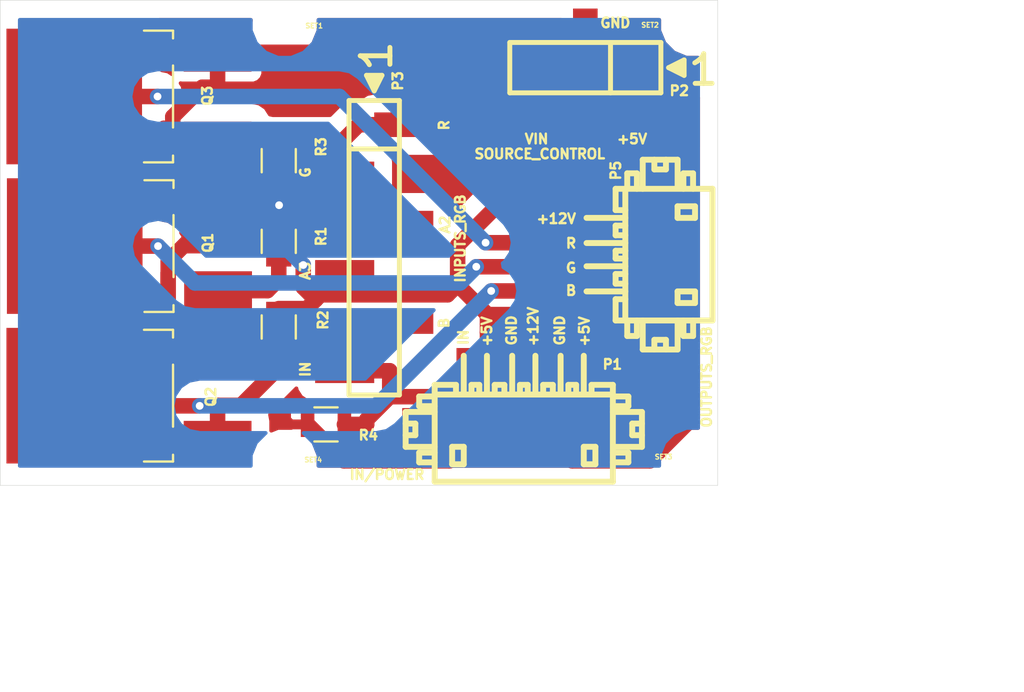
<source format=kicad_pcb>
(kicad_pcb (version 4) (host pcbnew 4.0.4-stable)

  (general
    (links 23)
    (no_connects 0)
    (area 128.562299 60.490299 165.620501 85.559701)
    (thickness 1.6)
    (drawings 25)
    (tracks 111)
    (zones 0)
    (modules 15)
    (nets 11)
  )

  (page A4)
  (layers
    (0 F.Cu signal hide)
    (31 B.Cu signal hide)
    (32 B.Adhes user)
    (33 F.Adhes user)
    (34 B.Paste user)
    (35 F.Paste user)
    (36 B.SilkS user)
    (37 F.SilkS user)
    (38 B.Mask user)
    (39 F.Mask user)
    (40 Dwgs.User user)
    (41 Cmts.User user)
    (42 Eco1.User user)
    (43 Eco2.User user)
    (44 Edge.Cuts user)
    (45 Margin user)
    (46 B.CrtYd user)
    (47 F.CrtYd user)
    (48 B.Fab user)
    (49 F.Fab user)
  )

  (setup
    (last_trace_width 0.8)
    (trace_clearance 0.125)
    (zone_clearance 0.9)
    (zone_45_only no)
    (trace_min 0.2)
    (segment_width 0.01)
    (edge_width 0.025)
    (via_size 0.6)
    (via_drill 0.4)
    (via_min_size 0.4)
    (via_min_drill 0.3)
    (uvia_size 0.3)
    (uvia_drill 0.1)
    (uvias_allowed no)
    (uvia_min_size 0.2)
    (uvia_min_drill 0.1)
    (pcb_text_width 0.01)
    (pcb_text_size 1 1)
    (mod_edge_width 0.15)
    (mod_text_size 1 1)
    (mod_text_width 0.15)
    (pad_size 1.524 1.524)
    (pad_drill 0.762)
    (pad_to_mask_clearance 0.2)
    (aux_axis_origin 0 0)
    (visible_elements 7FFFFFFF)
    (pcbplotparams
      (layerselection 0x00030_80000001)
      (usegerberextensions false)
      (excludeedgelayer true)
      (linewidth 0.100000)
      (plotframeref false)
      (viasonmask false)
      (mode 1)
      (useauxorigin false)
      (hpglpennumber 1)
      (hpglpenspeed 20)
      (hpglpendiameter 15)
      (hpglpenoverlay 2)
      (psnegative false)
      (psa4output false)
      (plotreference true)
      (plotvalue true)
      (plotinvisibletext false)
      (padsonsilk false)
      (subtractmaskfromsilk false)
      (outputformat 1)
      (mirror false)
      (drillshape 1)
      (scaleselection 1)
      (outputdirectory ""))
  )

  (net 0 "")
  (net 1 +12V)
  (net 2 GND)
  (net 3 +5V)
  (net 4 "Net-(P3-Pad2)")
  (net 5 "Net-(P3-Pad1)")
  (net 6 "Net-(P3-Pad5)")
  (net 7 "Net-(P5-Pad2)")
  (net 8 "Net-(P5-Pad3)")
  (net 9 "Net-(P5-Pad4)")
  (net 10 "Net-(P1-Pad6)")

  (net_class Default "Esta es la clase de red por defecto."
    (clearance 0.125)
    (trace_width 0.8)
    (via_dia 0.6)
    (via_drill 0.4)
    (uvia_dia 0.3)
    (uvia_drill 0.1)
    (add_net +12V)
    (add_net +5V)
    (add_net GND)
    (add_net "Net-(P1-Pad6)")
    (add_net "Net-(P3-Pad1)")
    (add_net "Net-(P3-Pad2)")
    (add_net "Net-(P3-Pad5)")
    (add_net "Net-(P5-Pad2)")
    (add_net "Net-(P5-Pad3)")
    (add_net "Net-(P5-Pad4)")
  )

  (module w_smd_strip:bb02-hy03a (layer F.Cu) (tedit 58C6CA2A) (tstamp 58BDC244)
    (at 158.776 63.9826)
    (descr "Smd strip connector, 3 pin, 2.54mm pitch")
    (path /58BDEB8C)
    (fp_text reference P2 (at 4.8512 1.1938) (layer F.SilkS)
      (effects (font (size 0.5 0.5) (thickness 0.125)))
    )
    (fp_text value SOURCE_CONTROL (at -2.35264 4.45516) (layer F.SilkS)
      (effects (font (size 0.5 0.5) (thickness 0.125)))
    )
    (fp_line (start 1.3 1.3) (end 1.3 -1.3) (layer F.SilkS) (width 0.254))
    (fp_line (start -3.9 -1.3) (end 3.9 -1.3) (layer F.SilkS) (width 0.254))
    (fp_line (start 3.9 -1.3) (end 3.9 1.3) (layer F.SilkS) (width 0.254))
    (fp_line (start 3.9 1.3) (end -3.9 1.3) (layer F.SilkS) (width 0.254))
    (fp_line (start -3.9 1.3) (end -3.9 -1.3) (layer F.SilkS) (width 0.254))
    (fp_line (start 6.54 0.81) (end 6.1 0.81) (layer F.SilkS) (width 0.254))
    (fp_line (start 5.65 -0.25) (end 5.78 -0.33) (layer F.SilkS) (width 0.254))
    (fp_line (start 5.78 -0.33) (end 5.94 -0.46) (layer F.SilkS) (width 0.254))
    (fp_line (start 5.94 -0.46) (end 6.08 -0.63) (layer F.SilkS) (width 0.254))
    (fp_line (start 6.08 -0.63) (end 6.11 -0.72) (layer F.SilkS) (width 0.254))
    (fp_line (start 6.11 -0.72) (end 6.11 0.81) (layer F.SilkS) (width 0.254))
    (fp_line (start 6.11 0.81) (end 5.67 0.81) (layer F.SilkS) (width 0.254))
    (fp_line (start 4.6 0.1) (end 4.6 -0.1) (layer F.SilkS) (width 0.254))
    (fp_line (start 4.7 -0.1) (end 4.7 0.1) (layer F.SilkS) (width 0.254))
    (fp_line (start 4.8 0.2) (end 4.8 -0.2) (layer F.SilkS) (width 0.254))
    (fp_line (start 4.9 -0.2) (end 4.9 0.2) (layer F.SilkS) (width 0.254))
    (fp_line (start 5 0.3) (end 5 -0.3) (layer F.SilkS) (width 0.254))
    (fp_line (start 4.3 0) (end 5.1 0.4) (layer F.SilkS) (width 0.254))
    (fp_line (start 5.1 0.4) (end 5.1 -0.4) (layer F.SilkS) (width 0.254))
    (fp_line (start 5.1 -0.4) (end 4.3 0) (layer F.SilkS) (width 0.254))
    (pad 2 smd rect (at 0 -1.525) (size 1.27 3.05) (layers F.Cu F.Paste F.Mask)
      (net 2 GND))
    (pad 1 smd rect (at 2.54 1.525) (size 1.27 3.05) (layers F.Cu F.Paste F.Mask)
      (net 3 +5V))
    (pad 3 smd rect (at -2.54 1.525) (size 1.27 3.05) (layers F.Cu F.Paste F.Mask))
    (model "../../../../../../Users/Eduardo Hernandez/Downloads/Librerias KiCad/walter/smd_strip/BB02-HY03A.wrl"
      (at (xyz 0 0 0))
      (scale (xyz 1 1 1))
      (rotate (xyz 0 0 0))
    )
  )

  (module week11-KiCad-footprint:hole_001.5 (layer F.Cu) (tedit 58C6C8B0) (tstamp 58C766C2)
    (at 143.256 63.5)
    (fp_text reference SET1 (at 1.524 -1.6764) (layer F.SilkS)
      (effects (font (size 0.25 0.25) (thickness 0.0625)))
    )
    (fp_text value hole_001.5 (at 1.9812 -2.1336) (layer F.Fab)
      (effects (font (size 0.25 0.25) (thickness 0.0625)))
    )
    (pad "" np_thru_hole circle (at 0 -1.778) (size 1.5 1.5) (drill 1.5) (layers *.Cu *.Mask))
  )

  (module week11-KiCad-footprint:hole_001.5 (layer F.Cu) (tedit 58C6CCE2) (tstamp 58C76600)
    (at 143.256 86.106)
    (fp_text reference SET4 (at 1.4732 -1.8796) (layer F.SilkS)
      (effects (font (size 0.25 0.25) (thickness 0.0625)))
    )
    (fp_text value hole_001.5 (at 2.0576 -2.37744) (layer F.Fab)
      (effects (font (size 0.25 0.25) (thickness 0.0625)))
    )
    (pad "" np_thru_hole circle (at 0 -1.778) (size 1.5 1.5) (drill 1.5) (layers *.Cu *.Mask))
  )

  (module week11-KiCad-footprint:hole_001.5 (layer F.Cu) (tedit 58C6C8CF) (tstamp 58C765F6)
    (at 164.338 86.106)
    (fp_text reference SET3 (at -1.524 -2.032) (layer F.SilkS)
      (effects (font (size 0.25 0.25) (thickness 0.0625)))
    )
    (fp_text value hole_001.5 (at -1.5748 -2.6416) (layer F.Fab)
      (effects (font (size 0.25 0.25) (thickness 0.0625)))
    )
    (pad "" np_thru_hole circle (at 0 -1.778) (size 1.5 1.5) (drill 1.5) (layers *.Cu *.Mask))
  )

  (module w_conn_df13:df13a-6p-125h (layer F.Cu) (tedit 58C6C772) (tstamp 58C09A30)
    (at 155.6 82.8548)
    (descr "Hirose DF13 series, DF13A-6P-1.25H")
    (path /58C0B655)
    (fp_text reference P1 (at 4.572 -3.556) (layer F.SilkS)
      (effects (font (size 0.5 0.5) (thickness 0.125)))
    )
    (fp_text value IN/POWER (at -7.0612 2.1336) (layer F.SilkS)
      (effects (font (size 0.5 0.5) (thickness 0.125)))
    )
    (fp_line (start -4.59994 2.49936) (end 4.59994 2.49936) (layer F.SilkS) (width 0.3048))
    (fp_line (start 4.59994 -1.99898) (end -4.59994 -1.99898) (layer F.SilkS) (width 0.3048))
    (fp_line (start -0.59944 -1.99898) (end -0.59944 -4.0005) (layer F.SilkS) (width 0.3048))
    (fp_line (start 0.2032 -2.49936) (end 0.2032 -1.99898) (layer F.SilkS) (width 0.3048))
    (fp_line (start -0.19812 -2.49936) (end -0.19812 -1.99898) (layer F.SilkS) (width 0.3048))
    (fp_line (start 0.2032 -2.49936) (end -0.19812 -2.49936) (layer F.SilkS) (width 0.3048))
    (fp_line (start 0.59944 -1.99898) (end 0.59944 -4.0005) (layer F.SilkS) (width 0.3048))
    (fp_line (start 2.70256 -2.49936) (end 2.70256 -1.99898) (layer F.SilkS) (width 0.3048))
    (fp_line (start 2.30124 -2.49936) (end 2.30124 -1.99898) (layer F.SilkS) (width 0.3048))
    (fp_line (start 2.70256 -2.49936) (end 2.30124 -2.49936) (layer F.SilkS) (width 0.3048))
    (fp_line (start -1.50114 -1.99898) (end -1.50114 -2.49936) (layer F.SilkS) (width 0.3048))
    (fp_line (start -1.0033 -2.49936) (end -1.0033 -1.99898) (layer F.SilkS) (width 0.3048))
    (fp_line (start -1.50368 -2.49936) (end -1.0033 -2.49936) (layer F.SilkS) (width 0.3048))
    (fp_line (start 0.99822 -2.49936) (end 1.4986 -2.49936) (layer F.SilkS) (width 0.3048))
    (fp_line (start 1.4986 -2.49936) (end 1.4986 -1.99898) (layer F.SilkS) (width 0.3048))
    (fp_line (start -2.2987 -2.49936) (end -2.70002 -2.49936) (layer F.SilkS) (width 0.3048))
    (fp_line (start -2.70002 -2.49936) (end -2.70002 -1.99898) (layer F.SilkS) (width 0.3048))
    (fp_line (start -2.2987 -2.49936) (end -2.2987 -1.99898) (layer F.SilkS) (width 0.3048))
    (fp_line (start -1.90246 -1.99898) (end -1.90246 -4.0005) (layer F.SilkS) (width 0.3048))
    (fp_line (start 1.00076 -1.99898) (end 1.00076 -2.49936) (layer F.SilkS) (width 0.3048))
    (fp_line (start 1.89992 -1.99898) (end 1.89992 -4.0005) (layer F.SilkS) (width 0.3048))
    (fp_line (start -3.0988 -4.0005) (end -3.0988 -1.99898) (layer F.SilkS) (width 0.3048))
    (fp_line (start 3.09626 -1.99898) (end 3.09626 -4.0005) (layer F.SilkS) (width 0.3048))
    (fp_line (start 3.49758 -2.49936) (end 3.49758 -1.99898) (layer F.SilkS) (width 0.3048))
    (fp_line (start -3.50012 -2.49936) (end -3.50012 -1.99898) (layer F.SilkS) (width 0.3048))
    (fp_line (start 6.096 0.70104) (end 4.69646 0.70104) (layer F.SilkS) (width 0.3048))
    (fp_line (start 5.59816 0.09906) (end 5.59816 -0.50038) (layer F.SilkS) (width 0.3048))
    (fp_line (start 6.09854 -0.50038) (end 5.59816 -0.50038) (layer F.SilkS) (width 0.3048))
    (fp_line (start 6.09854 0.09906) (end 5.59816 0.09906) (layer F.SilkS) (width 0.3048))
    (fp_line (start 5.3975 0.99822) (end 5.3975 1.4986) (layer F.SilkS) (width 0.3048))
    (fp_line (start 5.3975 1.4986) (end 4.5974 1.4986) (layer F.SilkS) (width 0.3048))
    (fp_line (start 4.5974 0.99822) (end 5.3975 0.99822) (layer F.SilkS) (width 0.3048))
    (fp_line (start 6.09854 -1.09982) (end 6.09854 0.70104) (layer F.SilkS) (width 0.3048))
    (fp_line (start 6.096 -1.09982) (end 4.5974 -1.09982) (layer F.SilkS) (width 0.3048))
    (fp_line (start 4.5974 -1.89992) (end 5.3975 -1.89992) (layer F.SilkS) (width 0.3048))
    (fp_line (start 5.3975 -1.39954) (end 4.5974 -1.39954) (layer F.SilkS) (width 0.3048))
    (fp_line (start 5.3975 -1.89992) (end 5.3975 -1.39954) (layer F.SilkS) (width 0.3048))
    (fp_line (start -4.59994 1.00076) (end -5.40004 1.00076) (layer F.SilkS) (width 0.3048))
    (fp_line (start -5.40004 1.00076) (end -5.40004 1.50114) (layer F.SilkS) (width 0.3048))
    (fp_line (start -5.40004 1.50114) (end -4.59994 1.50114) (layer F.SilkS) (width 0.3048))
    (fp_line (start -5.40004 -1.89992) (end -5.40004 -1.39954) (layer F.SilkS) (width 0.3048))
    (fp_line (start -4.59994 -1.39954) (end -5.40004 -1.39954) (layer F.SilkS) (width 0.3048))
    (fp_line (start -5.40004 -1.89992) (end -4.59994 -1.89992) (layer F.SilkS) (width 0.3048))
    (fp_line (start -5.59816 0.09906) (end -6.09854 0.09906) (layer F.SilkS) (width 0.3048))
    (fp_line (start -5.59816 -0.50038) (end -6.09854 -0.50038) (layer F.SilkS) (width 0.3048))
    (fp_line (start -5.59816 0.09906) (end -5.59816 -0.50038) (layer F.SilkS) (width 0.3048))
    (fp_line (start -4.59994 -1.09982) (end -6.09854 -1.09982) (layer F.SilkS) (width 0.3048))
    (fp_line (start -6.09854 -1.09982) (end -6.09854 0.70104) (layer F.SilkS) (width 0.3048))
    (fp_line (start -6.09854 0.70104) (end -4.59994 0.70104) (layer F.SilkS) (width 0.3048))
    (fp_line (start 4.5974 -2.49936) (end 4.5974 2.49936) (layer F.SilkS) (width 0.3048))
    (fp_line (start -4.59994 2.49936) (end -4.59994 -2.49936) (layer F.SilkS) (width 0.3048))
    (fp_line (start 3.09626 0.6985) (end 3.6957 0.6985) (layer F.SilkS) (width 0.3048))
    (fp_line (start 3.6957 0.6985) (end 3.6957 1.6002) (layer F.SilkS) (width 0.3048))
    (fp_line (start 3.6957 1.6002) (end 3.09626 1.6002) (layer F.SilkS) (width 0.3048))
    (fp_line (start 3.09626 1.6002) (end 3.09626 0.6985) (layer F.SilkS) (width 0.3048))
    (fp_line (start -3.69824 1.6002) (end -3.0988 1.6002) (layer F.SilkS) (width 0.3048))
    (fp_line (start -3.0988 1.6002) (end -3.0988 0.6985) (layer F.SilkS) (width 0.3048))
    (fp_line (start -3.0988 0.6985) (end -3.69824 0.6985) (layer F.SilkS) (width 0.3048))
    (fp_line (start -3.69824 0.6985) (end -3.69824 1.6002) (layer F.SilkS) (width 0.3048))
    (fp_line (start -3.50012 -2.49936) (end -4.59994 -2.49936) (layer F.SilkS) (width 0.3048))
    (fp_line (start 4.5974 -2.49936) (end 3.49758 -2.49936) (layer F.SilkS) (width 0.3048))
    (pad 1 smd rect (at 3.1242 -3.50012) (size 0.70104 1.80086) (layers F.Cu F.Paste F.Mask)
      (net 3 +5V))
    (pad 2 smd rect (at 1.87452 -3.50012) (size 0.70104 1.80086) (layers F.Cu F.Paste F.Mask)
      (net 2 GND))
    (pad "" smd rect (at -5.47624 -0.20066) (size 1.6002 2.19964) (layers F.Cu F.Paste F.Mask))
    (pad "" smd rect (at 5.47624 -0.20066) (size 1.6002 2.19964) (layers F.Cu F.Paste F.Mask))
    (pad 3 smd rect (at 0.62484 -3.50012) (size 0.70104 1.80086) (layers F.Cu F.Paste F.Mask)
      (net 1 +12V))
    (pad 4 smd rect (at -0.62484 -3.50012) (size 0.70104 1.80086) (layers F.Cu F.Paste F.Mask)
      (net 2 GND))
    (pad 5 smd rect (at -1.87452 -3.50012) (size 0.70104 1.80086) (layers F.Cu F.Paste F.Mask)
      (net 3 +5V))
    (pad 6 smd rect (at -3.1242 -3.50012) (size 0.70104 1.80086) (layers F.Cu F.Paste F.Mask)
      (net 10 "Net-(P1-Pad6)"))
    (model "../../../../../../Users/Eduardo Hernandez/Downloads/Librerias KiCad/walter/conn_df13/df13a-6p-125h.wrl"
      (at (xyz 0 0 0))
      (scale (xyz 1 1 1))
      (rotate (xyz 0 0 0))
    )
  )

  (module w_smd_strip:bb02-hy06a (layer F.Cu) (tedit 58C6CA4E) (tstamp 58BDC24A)
    (at 147.879 73.2786 90)
    (descr "Smd strip connector, 6 pin, 2.54mm pitch")
    (path /58BDD1A3)
    (fp_text reference P3 (at 8.6102 1.219 90) (layer F.SilkS)
      (effects (font (size 0.5 0.5) (thickness 0.125)))
    )
    (fp_text value INPUTS_RGB (at 0.47712 4.4448 90) (layer F.SilkS)
      (effects (font (size 0.5 0.5) (thickness 0.125)))
    )
    (fp_line (start 5.1 1.3) (end 5.1 -1.3) (layer F.SilkS) (width 0.254))
    (fp_line (start -7.6 -1.3) (end 7.6 -1.3) (layer F.SilkS) (width 0.254))
    (fp_line (start 7.6 -1.3) (end 7.6 1.3) (layer F.SilkS) (width 0.254))
    (fp_line (start 7.6 1.3) (end -7.6 1.3) (layer F.SilkS) (width 0.254))
    (fp_line (start -7.6 1.3) (end -7.6 -1.3) (layer F.SilkS) (width 0.254))
    (fp_line (start 10.34 0.81) (end 9.9 0.81) (layer F.SilkS) (width 0.254))
    (fp_line (start 9.45 -0.25) (end 9.58 -0.33) (layer F.SilkS) (width 0.254))
    (fp_line (start 9.58 -0.33) (end 9.74 -0.46) (layer F.SilkS) (width 0.254))
    (fp_line (start 9.74 -0.46) (end 9.88 -0.63) (layer F.SilkS) (width 0.254))
    (fp_line (start 9.88 -0.63) (end 9.91 -0.72) (layer F.SilkS) (width 0.254))
    (fp_line (start 9.91 -0.72) (end 9.91 0.81) (layer F.SilkS) (width 0.254))
    (fp_line (start 9.91 0.81) (end 9.47 0.81) (layer F.SilkS) (width 0.254))
    (fp_line (start 8.4 0.1) (end 8.4 -0.1) (layer F.SilkS) (width 0.254))
    (fp_line (start 8.5 -0.1) (end 8.5 0.1) (layer F.SilkS) (width 0.254))
    (fp_line (start 8.6 0.2) (end 8.6 -0.2) (layer F.SilkS) (width 0.254))
    (fp_line (start 8.7 -0.2) (end 8.7 0.2) (layer F.SilkS) (width 0.254))
    (fp_line (start 8.8 0.3) (end 8.8 -0.3) (layer F.SilkS) (width 0.254))
    (fp_line (start 8.1 0) (end 8.9 0.4) (layer F.SilkS) (width 0.254))
    (fp_line (start 8.9 0.4) (end 8.9 -0.4) (layer F.SilkS) (width 0.254))
    (fp_line (start 8.9 -0.4) (end 8.1 0) (layer F.SilkS) (width 0.254))
    (pad 2 smd rect (at 3.81 -1.525 90) (size 1.27 3.05) (layers F.Cu F.Paste F.Mask)
      (net 4 "Net-(P3-Pad2)"))
    (pad 1 smd rect (at 6.35 1.525 90) (size 1.27 3.05) (layers F.Cu F.Paste F.Mask)
      (net 5 "Net-(P3-Pad1)"))
    (pad 3 smd rect (at 1.27 1.525 90) (size 1.27 3.05) (layers F.Cu F.Paste F.Mask))
    (pad 4 smd rect (at -1.27 -1.525 90) (size 1.27 3.05) (layers F.Cu F.Paste F.Mask))
    (pad 5 smd rect (at -3.81 1.525 90) (size 1.27 3.05) (layers F.Cu F.Paste F.Mask)
      (net 6 "Net-(P3-Pad5)"))
    (pad 6 smd rect (at -6.35 -1.525 90) (size 1.27 3.05) (layers F.Cu F.Paste F.Mask)
      (net 10 "Net-(P1-Pad6)"))
    (model "../../../../../../Users/Eduardo Hernandez/Downloads/Librerias KiCad/walter/smd_strip/BB02-HY06A.wrl"
      (at (xyz 0 0 0))
      (scale (xyz 1 1 1))
      (rotate (xyz 0 0 0))
    )
  )

  (module TO_SOT_Packages_SMD:TO-252-2Lead (layer F.Cu) (tedit 58C091A8) (tstamp 58BDBA86)
    (at 136.119 73.2026 180)
    (descr TO-252-2Lead)
    (path /58BD9A91)
    (attr smd)
    (fp_text reference Q1 (at -3.175 0.1778 270) (layer F.SilkS)
      (effects (font (size 0.5 0.5) (thickness 0.125)))
    )
    (fp_text value GREEN (at -0.635 -0.1526 270) (layer F.Fab)
      (effects (font (size 1 1) (thickness 0.15)))
    )
    (fp_line (start -1.4 -3.04) (end -1.4 -3.39) (layer F.SilkS) (width 0.12))
    (fp_line (start -1.4 -3.39) (end 0.1 -3.39) (layer F.SilkS) (width 0.12))
    (fp_line (start -1.4 1.61) (end -1.4 -1.59) (layer F.SilkS) (width 0.12))
    (fp_line (start 0.1 3.41) (end -1.4 3.41) (layer F.SilkS) (width 0.12))
    (fp_line (start -1.4 3.41) (end -1.4 3.01) (layer F.SilkS) (width 0.12))
    (fp_line (start 4.68 -2.7) (end 5.88 -2.7) (layer F.Fab) (width 0.1))
    (fp_line (start 5.88 -2.7) (end 5.88 2.72) (layer F.Fab) (width 0.1))
    (fp_line (start 5.88 2.72) (end 4.67 2.72) (layer F.Fab) (width 0.1))
    (fp_line (start -1.32 1.74) (end -4.23 1.74) (layer F.Fab) (width 0.1))
    (fp_line (start -4.23 2.88) (end -1.32 2.88) (layer F.Fab) (width 0.1))
    (fp_line (start -4.23 1.74) (end -4.23 2.88) (layer F.Fab) (width 0.1))
    (fp_line (start -4.23 -2.86) (end -4.23 -1.72) (layer F.Fab) (width 0.1))
    (fp_line (start -4.23 -1.72) (end -1.32 -1.72) (layer F.Fab) (width 0.1))
    (fp_line (start -1.32 -2.86) (end -4.23 -2.86) (layer F.Fab) (width 0.1))
    (fp_line (start -1.32 3.36) (end 4.67 3.36) (layer F.Fab) (width 0.1))
    (fp_line (start 4.67 3.36) (end 4.67 -3.34) (layer F.Fab) (width 0.1))
    (fp_line (start 4.67 -3.34) (end -1.32 -3.34) (layer F.Fab) (width 0.1))
    (fp_line (start -1.32 3.36) (end -1.32 -3.34) (layer F.Fab) (width 0.1))
    (fp_line (start 7.45 -3.74) (end 7.45 3.76) (layer F.CrtYd) (width 0.05))
    (fp_line (start 7.45 -3.74) (end -5.7 -3.74) (layer F.CrtYd) (width 0.05))
    (fp_line (start -5.7 3.76) (end 7.45 3.76) (layer F.CrtYd) (width 0.05))
    (fp_line (start -5.7 3.76) (end -5.7 -3.74) (layer F.CrtYd) (width 0.05))
    (pad 1 smd rect (at -3.7 -2.29 90) (size 2 3.5) (layers F.Cu F.Paste F.Mask)
      (net 4 "Net-(P3-Pad2)"))
    (pad 3 smd rect (at -3.7 2.29 90) (size 2 3.5) (layers F.Cu F.Paste F.Mask)
      (net 2 GND))
    (pad 2 smd rect (at 3.7 0.01 90) (size 7 7) (layers F.Cu F.Paste F.Mask)
      (net 8 "Net-(P5-Pad3)"))
    (model TO_SOT_Packages_SMD.3dshapes\TO-252-2Lead.wrl
      (at (xyz -0.1377952755905512 0 0))
      (scale (xyz 1 1 1))
      (rotate (xyz 0 0 90))
    )
  )

  (module TO_SOT_Packages_SMD:TO-252-2Lead (layer F.Cu) (tedit 58C09198) (tstamp 58BDBA8D)
    (at 136.094 80.9246 180)
    (descr TO-252-2Lead)
    (path /58BD9CC4)
    (attr smd)
    (fp_text reference Q2 (at -3.3528 -0.0508 270) (layer F.SilkS)
      (effects (font (size 0.5 0.5) (thickness 0.125)))
    )
    (fp_text value BLUE (at -0.6092 0.051 270) (layer F.Fab)
      (effects (font (size 1 1) (thickness 0.15)))
    )
    (fp_line (start -1.4 -3.04) (end -1.4 -3.39) (layer F.SilkS) (width 0.12))
    (fp_line (start -1.4 -3.39) (end 0.1 -3.39) (layer F.SilkS) (width 0.12))
    (fp_line (start -1.4 1.61) (end -1.4 -1.59) (layer F.SilkS) (width 0.12))
    (fp_line (start 0.1 3.41) (end -1.4 3.41) (layer F.SilkS) (width 0.12))
    (fp_line (start -1.4 3.41) (end -1.4 3.01) (layer F.SilkS) (width 0.12))
    (fp_line (start 4.68 -2.7) (end 5.88 -2.7) (layer F.Fab) (width 0.1))
    (fp_line (start 5.88 -2.7) (end 5.88 2.72) (layer F.Fab) (width 0.1))
    (fp_line (start 5.88 2.72) (end 4.67 2.72) (layer F.Fab) (width 0.1))
    (fp_line (start -1.32 1.74) (end -4.23 1.74) (layer F.Fab) (width 0.1))
    (fp_line (start -4.23 2.88) (end -1.32 2.88) (layer F.Fab) (width 0.1))
    (fp_line (start -4.23 1.74) (end -4.23 2.88) (layer F.Fab) (width 0.1))
    (fp_line (start -4.23 -2.86) (end -4.23 -1.72) (layer F.Fab) (width 0.1))
    (fp_line (start -4.23 -1.72) (end -1.32 -1.72) (layer F.Fab) (width 0.1))
    (fp_line (start -1.32 -2.86) (end -4.23 -2.86) (layer F.Fab) (width 0.1))
    (fp_line (start -1.32 3.36) (end 4.67 3.36) (layer F.Fab) (width 0.1))
    (fp_line (start 4.67 3.36) (end 4.67 -3.34) (layer F.Fab) (width 0.1))
    (fp_line (start 4.67 -3.34) (end -1.32 -3.34) (layer F.Fab) (width 0.1))
    (fp_line (start -1.32 3.36) (end -1.32 -3.34) (layer F.Fab) (width 0.1))
    (fp_line (start 7.45 -3.74) (end 7.45 3.76) (layer F.CrtYd) (width 0.05))
    (fp_line (start 7.45 -3.74) (end -5.7 -3.74) (layer F.CrtYd) (width 0.05))
    (fp_line (start -5.7 3.76) (end 7.45 3.76) (layer F.CrtYd) (width 0.05))
    (fp_line (start -5.7 3.76) (end -5.7 -3.74) (layer F.CrtYd) (width 0.05))
    (pad 1 smd rect (at -3.7 -2.29 90) (size 2 3.5) (layers F.Cu F.Paste F.Mask)
      (net 6 "Net-(P3-Pad5)"))
    (pad 3 smd rect (at -3.7 2.29 90) (size 2 3.5) (layers F.Cu F.Paste F.Mask)
      (net 2 GND))
    (pad 2 smd rect (at 3.7 0.01 90) (size 7 7) (layers F.Cu F.Paste F.Mask)
      (net 9 "Net-(P5-Pad4)"))
    (model TO_SOT_Packages_SMD.3dshapes\TO-252-2Lead.wrl
      (at (xyz -0.1377952755905512 0 0))
      (scale (xyz 1 1 1))
      (rotate (xyz 0 0 90))
    )
  )

  (module TO_SOT_Packages_SMD:TO-252-2Lead (layer F.Cu) (tedit 58C091B3) (tstamp 58BDBA94)
    (at 136.094 65.4816 180)
    (descr TO-252-2Lead)
    (path /58BD8AD1)
    (attr smd)
    (fp_text reference Q3 (at -3.175 0.0508 270) (layer F.SilkS)
      (effects (font (size 0.5 0.5) (thickness 0.125)))
    )
    (fp_text value RED (at -0.66 -0.152 270) (layer F.Fab)
      (effects (font (size 1 1) (thickness 0.15)))
    )
    (fp_line (start -1.4 -3.04) (end -1.4 -3.39) (layer F.SilkS) (width 0.12))
    (fp_line (start -1.4 -3.39) (end 0.1 -3.39) (layer F.SilkS) (width 0.12))
    (fp_line (start -1.4 1.61) (end -1.4 -1.59) (layer F.SilkS) (width 0.12))
    (fp_line (start 0.1 3.41) (end -1.4 3.41) (layer F.SilkS) (width 0.12))
    (fp_line (start -1.4 3.41) (end -1.4 3.01) (layer F.SilkS) (width 0.12))
    (fp_line (start 4.68 -2.7) (end 5.88 -2.7) (layer F.Fab) (width 0.1))
    (fp_line (start 5.88 -2.7) (end 5.88 2.72) (layer F.Fab) (width 0.1))
    (fp_line (start 5.88 2.72) (end 4.67 2.72) (layer F.Fab) (width 0.1))
    (fp_line (start -1.32 1.74) (end -4.23 1.74) (layer F.Fab) (width 0.1))
    (fp_line (start -4.23 2.88) (end -1.32 2.88) (layer F.Fab) (width 0.1))
    (fp_line (start -4.23 1.74) (end -4.23 2.88) (layer F.Fab) (width 0.1))
    (fp_line (start -4.23 -2.86) (end -4.23 -1.72) (layer F.Fab) (width 0.1))
    (fp_line (start -4.23 -1.72) (end -1.32 -1.72) (layer F.Fab) (width 0.1))
    (fp_line (start -1.32 -2.86) (end -4.23 -2.86) (layer F.Fab) (width 0.1))
    (fp_line (start -1.32 3.36) (end 4.67 3.36) (layer F.Fab) (width 0.1))
    (fp_line (start 4.67 3.36) (end 4.67 -3.34) (layer F.Fab) (width 0.1))
    (fp_line (start 4.67 -3.34) (end -1.32 -3.34) (layer F.Fab) (width 0.1))
    (fp_line (start -1.32 3.36) (end -1.32 -3.34) (layer F.Fab) (width 0.1))
    (fp_line (start 7.45 -3.74) (end 7.45 3.76) (layer F.CrtYd) (width 0.05))
    (fp_line (start 7.45 -3.74) (end -5.7 -3.74) (layer F.CrtYd) (width 0.05))
    (fp_line (start -5.7 3.76) (end 7.45 3.76) (layer F.CrtYd) (width 0.05))
    (fp_line (start -5.7 3.76) (end -5.7 -3.74) (layer F.CrtYd) (width 0.05))
    (pad 1 smd rect (at -3.7 -2.29 90) (size 2 3.5) (layers F.Cu F.Paste F.Mask)
      (net 5 "Net-(P3-Pad1)"))
    (pad 3 smd rect (at -3.7 2.29 90) (size 2 3.5) (layers F.Cu F.Paste F.Mask)
      (net 2 GND))
    (pad 2 smd rect (at 3.7 0.01 90) (size 7 7) (layers F.Cu F.Paste F.Mask)
      (net 7 "Net-(P5-Pad2)"))
    (model TO_SOT_Packages_SMD.3dshapes\TO-252-2Lead.wrl
      (at (xyz -0.1377952755905512 0 0))
      (scale (xyz 1 1 1))
      (rotate (xyz 0 0 90))
    )
  )

  (module Resistors_SMD:R_0805 (layer F.Cu) (tedit 58C6C9CD) (tstamp 58BDBA9A)
    (at 142.951 72.9488 270)
    (descr "Resistor SMD 0805, reflow soldering, Vishay (see dcrcw.pdf)")
    (tags "resistor 0805")
    (path /58BD9A3A)
    (attr smd)
    (fp_text reference R1 (at -0.254 -2.1846 270) (layer F.SilkS)
      (effects (font (size 0.5 0.5) (thickness 0.125)))
    )
    (fp_text value 10K (at -0.254 -1.4226 270) (layer F.Fab)
      (effects (font (size 0.5 0.5) (thickness 0.125)))
    )
    (fp_text user %R (at -0.254 -2.1846 270) (layer F.Fab)
      (effects (font (size 0.5 0.5) (thickness 0.125)))
    )
    (fp_line (start -1 0.62) (end -1 -0.62) (layer F.Fab) (width 0.1))
    (fp_line (start 1 0.62) (end -1 0.62) (layer F.Fab) (width 0.1))
    (fp_line (start 1 -0.62) (end 1 0.62) (layer F.Fab) (width 0.1))
    (fp_line (start -1 -0.62) (end 1 -0.62) (layer F.Fab) (width 0.1))
    (fp_line (start 0.6 0.88) (end -0.6 0.88) (layer F.SilkS) (width 0.12))
    (fp_line (start -0.6 -0.88) (end 0.6 -0.88) (layer F.SilkS) (width 0.12))
    (fp_line (start -1.55 -0.9) (end 1.55 -0.9) (layer F.CrtYd) (width 0.05))
    (fp_line (start -1.55 -0.9) (end -1.55 0.9) (layer F.CrtYd) (width 0.05))
    (fp_line (start 1.55 0.9) (end 1.55 -0.9) (layer F.CrtYd) (width 0.05))
    (fp_line (start 1.55 0.9) (end -1.55 0.9) (layer F.CrtYd) (width 0.05))
    (pad 1 smd rect (at -0.95 0 270) (size 0.7 1.3) (layers F.Cu F.Paste F.Mask)
      (net 3 +5V))
    (pad 2 smd rect (at 0.95 0 270) (size 0.7 1.3) (layers F.Cu F.Paste F.Mask)
      (net 4 "Net-(P3-Pad2)"))
    (model Resistors_SMD.3dshapes/R_0805.wrl
      (at (xyz 0 0 0))
      (scale (xyz 1 1 1))
      (rotate (xyz 0 0 0))
    )
  )

  (module Resistors_SMD:R_0805 (layer F.Cu) (tedit 58C6C9C1) (tstamp 58BDBAA0)
    (at 142.951 77.3684 270)
    (descr "Resistor SMD 0805, reflow soldering, Vishay (see dcrcw.pdf)")
    (tags "resistor 0805")
    (path /58BD9C6D)
    (attr smd)
    (fp_text reference R2 (at -0.3556 -2.2862 270) (layer F.SilkS)
      (effects (font (size 0.5 0.5) (thickness 0.125)))
    )
    (fp_text value 10K (at -0.3556 -1.524 270) (layer F.Fab)
      (effects (font (size 0.5 0.5) (thickness 0.125)))
    )
    (fp_text user %R (at -0.3556 -2.2862 270) (layer F.Fab)
      (effects (font (size 0.5 0.5) (thickness 0.125)))
    )
    (fp_line (start -1 0.62) (end -1 -0.62) (layer F.Fab) (width 0.1))
    (fp_line (start 1 0.62) (end -1 0.62) (layer F.Fab) (width 0.1))
    (fp_line (start 1 -0.62) (end 1 0.62) (layer F.Fab) (width 0.1))
    (fp_line (start -1 -0.62) (end 1 -0.62) (layer F.Fab) (width 0.1))
    (fp_line (start 0.6 0.88) (end -0.6 0.88) (layer F.SilkS) (width 0.12))
    (fp_line (start -0.6 -0.88) (end 0.6 -0.88) (layer F.SilkS) (width 0.12))
    (fp_line (start -1.55 -0.9) (end 1.55 -0.9) (layer F.CrtYd) (width 0.05))
    (fp_line (start -1.55 -0.9) (end -1.55 0.9) (layer F.CrtYd) (width 0.05))
    (fp_line (start 1.55 0.9) (end 1.55 -0.9) (layer F.CrtYd) (width 0.05))
    (fp_line (start 1.55 0.9) (end -1.55 0.9) (layer F.CrtYd) (width 0.05))
    (pad 1 smd rect (at -0.95 0 270) (size 0.7 1.3) (layers F.Cu F.Paste F.Mask)
      (net 3 +5V))
    (pad 2 smd rect (at 0.95 0 270) (size 0.7 1.3) (layers F.Cu F.Paste F.Mask)
      (net 6 "Net-(P3-Pad5)"))
    (model Resistors_SMD.3dshapes/R_0805.wrl
      (at (xyz 0 0 0))
      (scale (xyz 1 1 1))
      (rotate (xyz 0 0 0))
    )
  )

  (module Resistors_SMD:R_0805 (layer F.Cu) (tedit 58C6C9E0) (tstamp 58BDBAA6)
    (at 142.951 68.7832 90)
    (descr "Resistor SMD 0805, reflow soldering, Vishay (see dcrcw.pdf)")
    (tags "resistor 0805")
    (path /58A60474)
    (attr smd)
    (fp_text reference R3 (at 0.7112 2.1846 90) (layer F.SilkS)
      (effects (font (size 0.5 0.5) (thickness 0.125)))
    )
    (fp_text value 10K (at 0.8636 1.4226 90) (layer F.Fab)
      (effects (font (size 0.5 0.5) (thickness 0.125)))
    )
    (fp_text user %R (at 0.7112 2.1846 90) (layer F.Fab)
      (effects (font (size 0.5 0.5) (thickness 0.125)))
    )
    (fp_line (start -1 0.62) (end -1 -0.62) (layer F.Fab) (width 0.1))
    (fp_line (start 1 0.62) (end -1 0.62) (layer F.Fab) (width 0.1))
    (fp_line (start 1 -0.62) (end 1 0.62) (layer F.Fab) (width 0.1))
    (fp_line (start -1 -0.62) (end 1 -0.62) (layer F.Fab) (width 0.1))
    (fp_line (start 0.6 0.88) (end -0.6 0.88) (layer F.SilkS) (width 0.12))
    (fp_line (start -0.6 -0.88) (end 0.6 -0.88) (layer F.SilkS) (width 0.12))
    (fp_line (start -1.55 -0.9) (end 1.55 -0.9) (layer F.CrtYd) (width 0.05))
    (fp_line (start -1.55 -0.9) (end -1.55 0.9) (layer F.CrtYd) (width 0.05))
    (fp_line (start 1.55 0.9) (end 1.55 -0.9) (layer F.CrtYd) (width 0.05))
    (fp_line (start 1.55 0.9) (end -1.55 0.9) (layer F.CrtYd) (width 0.05))
    (pad 1 smd rect (at -0.95 0 90) (size 0.7 1.3) (layers F.Cu F.Paste F.Mask)
      (net 3 +5V))
    (pad 2 smd rect (at 0.95 0 90) (size 0.7 1.3) (layers F.Cu F.Paste F.Mask)
      (net 5 "Net-(P3-Pad1)"))
    (model Resistors_SMD.3dshapes/R_0805.wrl
      (at (xyz 0 0 0))
      (scale (xyz 1 1 1))
      (rotate (xyz 0 0 0))
    )
  )

  (module w_conn_df13:df13a-4p-125h (layer F.Cu) (tedit 58C6CA63) (tstamp 58BDD8D8)
    (at 162.839 73.6346 90)
    (descr "Hirose DF13 series, DF13A-4P-1.25H")
    (path /58BDC579)
    (fp_text reference P5 (at 4.3432 -2.4894 90) (layer F.SilkS)
      (effects (font (size 0.5 0.5) (thickness 0.125)))
    )
    (fp_text value OUTPUTS_RGB (at -6.31444 2.19496 90) (layer F.SilkS)
      (effects (font (size 0.5 0.5) (thickness 0.125)))
    )
    (fp_line (start -3.40106 2.49936) (end 3.40106 2.49936) (layer F.SilkS) (width 0.3048))
    (fp_line (start -3.40106 -1.99898) (end 3.40106 -1.99898) (layer F.SilkS) (width 0.3048))
    (fp_line (start 1.00076 -1.99898) (end 1.00076 -2.49936) (layer F.SilkS) (width 0.3048))
    (fp_line (start 1.4986 -2.49936) (end 1.4986 -1.99898) (layer F.SilkS) (width 0.3048))
    (fp_line (start 0.99822 -2.49936) (end 1.4986 -2.49936) (layer F.SilkS) (width 0.3048))
    (fp_line (start -1.50114 -2.49936) (end -1.00076 -2.49936) (layer F.SilkS) (width 0.3048))
    (fp_line (start -1.00076 -2.49936) (end -1.00076 -1.99898) (layer F.SilkS) (width 0.3048))
    (fp_line (start 0.20066 -2.49936) (end -0.20066 -2.49936) (layer F.SilkS) (width 0.3048))
    (fp_line (start -0.20066 -2.49936) (end -0.20066 -1.99898) (layer F.SilkS) (width 0.3048))
    (fp_line (start 0.20066 -2.49936) (end 0.20066 -1.99898) (layer F.SilkS) (width 0.3048))
    (fp_line (start -0.59944 -1.99898) (end -0.59944 -4.0005) (layer F.SilkS) (width 0.3048))
    (fp_line (start -1.4986 -1.99898) (end -1.4986 -2.49936) (layer F.SilkS) (width 0.3048))
    (fp_line (start 0.59944 -1.99898) (end 0.59944 -4.0005) (layer F.SilkS) (width 0.3048))
    (fp_line (start -1.89738 -4.0005) (end -1.89738 -1.99898) (layer F.SilkS) (width 0.3048))
    (fp_line (start 1.89738 -1.99898) (end 1.89738 -4.0005) (layer F.SilkS) (width 0.3048))
    (fp_line (start 2.2987 -2.49936) (end 2.2987 -1.99898) (layer F.SilkS) (width 0.3048))
    (fp_line (start -2.2987 -2.49936) (end -2.2987 -1.99898) (layer F.SilkS) (width 0.3048))
    (fp_line (start 4.89712 0.70104) (end 3.49758 0.70104) (layer F.SilkS) (width 0.3048))
    (fp_line (start 4.39928 0.09906) (end 4.39928 -0.50038) (layer F.SilkS) (width 0.3048))
    (fp_line (start 4.89966 -0.50038) (end 4.39928 -0.50038) (layer F.SilkS) (width 0.3048))
    (fp_line (start 4.89966 0.09906) (end 4.39928 0.09906) (layer F.SilkS) (width 0.3048))
    (fp_line (start 4.19862 0.99822) (end 4.19862 1.4986) (layer F.SilkS) (width 0.3048))
    (fp_line (start 4.19862 1.4986) (end 3.39852 1.4986) (layer F.SilkS) (width 0.3048))
    (fp_line (start 3.39852 0.99822) (end 4.19862 0.99822) (layer F.SilkS) (width 0.3048))
    (fp_line (start 4.89966 -1.09982) (end 4.89966 0.70104) (layer F.SilkS) (width 0.3048))
    (fp_line (start 4.89712 -1.09982) (end 3.39852 -1.09982) (layer F.SilkS) (width 0.3048))
    (fp_line (start 3.39852 -1.89992) (end 4.19862 -1.89992) (layer F.SilkS) (width 0.3048))
    (fp_line (start 4.19862 -1.39954) (end 3.39852 -1.39954) (layer F.SilkS) (width 0.3048))
    (fp_line (start 4.19862 -1.89992) (end 4.19862 -1.39954) (layer F.SilkS) (width 0.3048))
    (fp_line (start -3.39852 1.00076) (end -4.19862 1.00076) (layer F.SilkS) (width 0.3048))
    (fp_line (start -4.19862 1.00076) (end -4.19862 1.50114) (layer F.SilkS) (width 0.3048))
    (fp_line (start -4.19862 1.50114) (end -3.39852 1.50114) (layer F.SilkS) (width 0.3048))
    (fp_line (start -4.19862 -1.89992) (end -4.19862 -1.39954) (layer F.SilkS) (width 0.3048))
    (fp_line (start -3.39852 -1.39954) (end -4.19862 -1.39954) (layer F.SilkS) (width 0.3048))
    (fp_line (start -4.19862 -1.89992) (end -3.39852 -1.89992) (layer F.SilkS) (width 0.3048))
    (fp_line (start -4.39674 0.09906) (end -4.89712 0.09906) (layer F.SilkS) (width 0.3048))
    (fp_line (start -4.39674 -0.50038) (end -4.89712 -0.50038) (layer F.SilkS) (width 0.3048))
    (fp_line (start -4.39674 0.09906) (end -4.39674 -0.50038) (layer F.SilkS) (width 0.3048))
    (fp_line (start -3.39852 -1.09982) (end -4.89712 -1.09982) (layer F.SilkS) (width 0.3048))
    (fp_line (start -4.89712 -1.09982) (end -4.89712 0.70104) (layer F.SilkS) (width 0.3048))
    (fp_line (start -4.89712 0.70104) (end -3.39852 0.70104) (layer F.SilkS) (width 0.3048))
    (fp_line (start 3.39852 -2.49936) (end 3.39852 2.49936) (layer F.SilkS) (width 0.3048))
    (fp_line (start -3.39852 2.49936) (end -3.39852 -2.49936) (layer F.SilkS) (width 0.3048))
    (fp_line (start 1.89738 0.6985) (end 2.49682 0.6985) (layer F.SilkS) (width 0.3048))
    (fp_line (start 2.49682 0.6985) (end 2.49682 1.6002) (layer F.SilkS) (width 0.3048))
    (fp_line (start 2.49682 1.6002) (end 1.89738 1.6002) (layer F.SilkS) (width 0.3048))
    (fp_line (start 1.89738 1.6002) (end 1.89738 0.6985) (layer F.SilkS) (width 0.3048))
    (fp_line (start -2.49682 1.6002) (end -1.89738 1.6002) (layer F.SilkS) (width 0.3048))
    (fp_line (start -1.89738 1.6002) (end -1.89738 0.6985) (layer F.SilkS) (width 0.3048))
    (fp_line (start -1.89738 0.6985) (end -2.49682 0.6985) (layer F.SilkS) (width 0.3048))
    (fp_line (start -2.49682 0.6985) (end -2.49682 1.6002) (layer F.SilkS) (width 0.3048))
    (fp_line (start -2.2987 -2.49936) (end -3.39852 -2.49936) (layer F.SilkS) (width 0.3048))
    (fp_line (start 3.39852 -2.49936) (end 2.2987 -2.49936) (layer F.SilkS) (width 0.3048))
    (pad 1 smd rect (at 1.87452 -3.50012 90) (size 0.70104 1.80086) (layers F.Cu F.Paste F.Mask)
      (net 1 +12V))
    (pad 2 smd rect (at 0.62484 -3.50012 90) (size 0.70104 1.80086) (layers F.Cu F.Paste F.Mask)
      (net 7 "Net-(P5-Pad2)"))
    (pad "" smd rect (at -4.22402 -0.20066 90) (size 1.6002 2.19964) (layers F.Cu F.Paste F.Mask))
    (pad "" smd rect (at 4.22402 -0.20066 90) (size 1.6002 2.19964) (layers F.Cu F.Paste F.Mask))
    (pad 3 smd rect (at -0.62484 -3.50012 90) (size 0.70104 1.80086) (layers F.Cu F.Paste F.Mask)
      (net 8 "Net-(P5-Pad3)"))
    (pad 4 smd rect (at -1.87452 -3.50012 90) (size 0.70104 1.80086) (layers F.Cu F.Paste F.Mask)
      (net 9 "Net-(P5-Pad4)"))
    (model "../../../../../../Users/Eduardo Hernandez/Downloads/Librerias KiCad/walter/conn_df13/df13a-4p-125h.wrl"
      (at (xyz 0 0 0))
      (scale (xyz 1 1 1))
      (rotate (xyz 0 0 0))
    )
  )

  (module Resistors_SMD:R_0805 (layer F.Cu) (tedit 58C6C9FC) (tstamp 58C09C65)
    (at 145.39 82.3976 180)
    (descr "Resistor SMD 0805, reflow soldering, Vishay (see dcrcw.pdf)")
    (tags "resistor 0805")
    (path /58C0AC46)
    (attr smd)
    (fp_text reference R4 (at -2.184 -0.5588 180) (layer F.SilkS)
      (effects (font (size 0.5 0.5) (thickness 0.125)))
    )
    (fp_text value 1K (at -2.1336 0.2032 180) (layer F.Fab)
      (effects (font (size 0.5 0.5) (thickness 0.125)))
    )
    (fp_text user %R (at -2.184 -0.5588 180) (layer F.Fab)
      (effects (font (size 0.5 0.5) (thickness 0.125)))
    )
    (fp_line (start -1 0.62) (end -1 -0.62) (layer F.Fab) (width 0.1))
    (fp_line (start 1 0.62) (end -1 0.62) (layer F.Fab) (width 0.1))
    (fp_line (start 1 -0.62) (end 1 0.62) (layer F.Fab) (width 0.1))
    (fp_line (start -1 -0.62) (end 1 -0.62) (layer F.Fab) (width 0.1))
    (fp_line (start 0.6 0.88) (end -0.6 0.88) (layer F.SilkS) (width 0.12))
    (fp_line (start -0.6 -0.88) (end 0.6 -0.88) (layer F.SilkS) (width 0.12))
    (fp_line (start -1.55 -0.9) (end 1.55 -0.9) (layer F.CrtYd) (width 0.05))
    (fp_line (start -1.55 -0.9) (end -1.55 0.9) (layer F.CrtYd) (width 0.05))
    (fp_line (start 1.55 0.9) (end 1.55 -0.9) (layer F.CrtYd) (width 0.05))
    (fp_line (start 1.55 0.9) (end -1.55 0.9) (layer F.CrtYd) (width 0.05))
    (pad 1 smd rect (at -0.95 0 180) (size 0.7 1.3) (layers F.Cu F.Paste F.Mask)
      (net 10 "Net-(P1-Pad6)"))
    (pad 2 smd rect (at 0.95 0 180) (size 0.7 1.3) (layers F.Cu F.Paste F.Mask)
      (net 2 GND))
    (model Resistors_SMD.3dshapes/R_0805.wrl
      (at (xyz 0 0 0))
      (scale (xyz 1 1 1))
      (rotate (xyz 0 0 0))
    )
  )

  (module week11-KiCad-footprint:hole_001.5 (layer F.Cu) (tedit 58C6CCD7) (tstamp 58C76482)
    (at 164.338 63.5)
    (fp_text reference SET2 (at -2.21956 -1.71704) (layer F.SilkS)
      (effects (font (size 0.25 0.25) (thickness 0.0625)))
    )
    (fp_text value hole_001.5 (at -1.90968 -2.12852) (layer F.Fab)
      (effects (font (size 0.25 0.25) (thickness 0.0625)))
    )
    (pad "" np_thru_hole circle (at 0 -1.778) (size 1.5 1.5) (drill 1.5) (layers *.Cu *.Mask))
  )

  (dimension 37.025 (width 0.01) (layer Dwgs.User)
    (gr_text 37.025mm (at 147.0875 96.145) (layer Dwgs.User)
      (effects (font (size 1 1) (thickness 0.01)))
    )
    (feature1 (pts (xy 165.6 85.55) (xy 165.6 96.665)))
    (feature2 (pts (xy 128.575 85.55) (xy 128.575 96.665)))
    (crossbar (pts (xy 128.575 95.625) (xy 165.6 95.625)))
    (arrow1a (pts (xy 165.6 95.625) (xy 164.473496 96.211421)))
    (arrow1b (pts (xy 165.6 95.625) (xy 164.473496 95.038579)))
    (arrow2a (pts (xy 128.575 95.625) (xy 129.701504 96.211421)))
    (arrow2b (pts (xy 128.575 95.625) (xy 129.701504 95.038579)))
  )
  (dimension 25.05 (width 0.01) (layer Dwgs.User)
    (gr_text 25.050mm (at 179.345 73.025 270) (layer Dwgs.User)
      (effects (font (size 1 1) (thickness 0.01)))
    )
    (feature1 (pts (xy 165.6 85.55) (xy 179.865 85.55)))
    (feature2 (pts (xy 165.6 60.5) (xy 179.865 60.5)))
    (crossbar (pts (xy 178.825 60.5) (xy 178.825 85.55)))
    (arrow1a (pts (xy 178.825 85.55) (xy 178.238579 84.423496)))
    (arrow1b (pts (xy 178.825 85.55) (xy 179.411421 84.423496)))
    (arrow2a (pts (xy 178.825 60.5) (xy 178.238579 61.626504)))
    (arrow2b (pts (xy 178.825 60.5) (xy 179.411421 61.626504)))
  )
  (gr_line (start 165.608 60.5028) (end 128.5748 60.5028) (angle 90) (layer Edge.Cuts) (width 0.025))
  (gr_line (start 165.608 85.5472) (end 165.608 60.5028) (angle 90) (layer Edge.Cuts) (width 0.025))
  (gr_line (start 128.5748 85.5472) (end 165.608 85.5472) (angle 90) (layer Edge.Cuts) (width 0.025))
  (gr_line (start 128.5748 60.5028) (end 128.5748 85.5472) (angle 90) (layer Edge.Cuts) (width 0.025))
  (gr_text IN (at 152.4762 77.9018 90) (layer F.SilkS)
    (effects (font (size 0.5 0.5) (thickness 0.125)))
  )
  (gr_text +5V (at 153.6954 77.597 90) (layer F.SilkS)
    (effects (font (size 0.5 0.5) (thickness 0.125)))
  )
  (gr_text G (at 144.3228 69.3928 90) (layer F.SilkS)
    (effects (font (size 0.5 0.5) (thickness 0.125)))
  )
  (gr_text A3 (at 144.3228 74.4728 90) (layer F.SilkS)
    (effects (font (size 0.5 0.5) (thickness 0.125)))
  )
  (gr_text IN (at 144.3228 79.5528 90) (layer F.SilkS)
    (effects (font (size 0.5 0.5) (thickness 0.125)))
  )
  (gr_text B (at 151.4856 77.1652 90) (layer F.SilkS)
    (effects (font (size 0.5 0.5) (thickness 0.125)))
  )
  (gr_text A2 (at 151.5364 72.0852 90) (layer F.SilkS)
    (effects (font (size 0.5 0.5) (thickness 0.125)))
  )
  (gr_text R (at 151.4856 66.9544 90) (layer F.SilkS)
    (effects (font (size 0.5 0.5) (thickness 0.125)))
  )
  (gr_text B (at 158.0388 75.4888) (layer F.SilkS)
    (effects (font (size 0.5 0.5) (thickness 0.125)))
  )
  (gr_text G (at 158.0388 74.3204) (layer F.SilkS)
    (effects (font (size 0.5 0.5) (thickness 0.125)))
  )
  (gr_text R (at 158.0388 73.0504) (layer F.SilkS)
    (effects (font (size 0.5 0.5) (thickness 0.125)))
  )
  (gr_text +12V (at 157.2768 71.7804) (layer F.SilkS)
    (effects (font (size 0.5 0.5) (thickness 0.125)))
  )
  (gr_text VIN (at 156.2608 67.6656) (layer F.SilkS)
    (effects (font (size 0.5 0.5) (thickness 0.125)))
  )
  (gr_text +5V (at 161.1884 67.6656) (layer F.SilkS)
    (effects (font (size 0.5 0.5) (thickness 0.125)))
  )
  (gr_text GND (at 160.3248 61.6712) (layer F.SilkS)
    (effects (font (size 0.5 0.5) (thickness 0.125)))
  )
  (gr_text GND (at 154.9654 77.5462 90) (layer F.SilkS)
    (effects (font (size 0.5 0.5) (thickness 0.125)))
  )
  (gr_text +12V (at 156.083 77.343 90) (layer F.SilkS)
    (effects (font (size 0.5 0.5) (thickness 0.125)))
  )
  (gr_text GND (at 157.4546 77.5462 90) (layer F.SilkS)
    (effects (font (size 0.5 0.5) (thickness 0.125)))
  )
  (gr_text +5V (at 158.7246 77.597 90) (layer F.SilkS)
    (effects (font (size 0.5 0.5) (thickness 0.125)))
  )

  (segment (start 159.019 81.0551) (end 156.2248 81.0551) (width 0.8) (layer F.Cu) (net 1))
  (segment (start 160.7647 79.3094) (end 159.019 81.0551) (width 0.8) (layer F.Cu) (net 1))
  (segment (start 160.7647 72.0347) (end 160.7647 79.3094) (width 0.8) (layer F.Cu) (net 1))
  (segment (start 161.0393 71.7601) (end 160.7647 72.0347) (width 0.8) (layer F.Cu) (net 1))
  (segment (start 159.3389 71.7601) (end 161.0393 71.7601) (width 0.8) (layer F.Cu) (net 1))
  (segment (start 156.2248 79.3547) (end 156.2248 81.0551) (width 0.8) (layer F.Cu) (net 1))
  (segment (start 158.776 62.4576) (end 157.341 62.4576) (width 0.8) (layer F.Cu) (net 2))
  (segment (start 139.819 70.9126) (end 138.544 70.9126) (width 0.8) (layer F.Cu) (net 2))
  (segment (start 139.794 78.6346) (end 137.244 78.6346) (width 0.8) (layer F.Cu) (net 2))
  (segment (start 137.244 73.9763) (end 137.244 78.6346) (width 0.8) (layer F.Cu) (net 2))
  (segment (start 138.544 72.6763) (end 137.244 73.9763) (width 0.8) (layer F.Cu) (net 2))
  (segment (start 138.544 70.9126) (end 138.544 72.6763) (width 0.8) (layer F.Cu) (net 2))
  (segment (start 154.9752 79.6524) (end 154.9752 81.0551) (width 0.8) (layer F.Cu) (net 2))
  (segment (start 154.9752 79.6524) (end 154.9752 79.3547) (width 0.8) (layer F.Cu) (net 2))
  (segment (start 157.4745 78.6102) (end 157.4745 79.3547) (width 0.8) (layer F.Cu) (net 2))
  (segment (start 156.5186 77.6543) (end 157.4745 78.6102) (width 0.8) (layer F.Cu) (net 2))
  (segment (start 154.9752 77.6543) (end 156.5186 77.6543) (width 0.8) (layer F.Cu) (net 2))
  (segment (start 154.9752 79.3547) (end 154.9752 77.6543) (width 0.8) (layer F.Cu) (net 2))
  (segment (start 161.2094 62.4576) (end 158.776 62.4576) (width 0.8) (layer F.Cu) (net 2))
  (segment (start 164.298 65.5462) (end 161.2094 62.4576) (width 0.8) (layer F.Cu) (net 2))
  (segment (start 164.298 82.0844) (end 164.298 65.5462) (width 0.8) (layer F.Cu) (net 2))
  (segment (start 162.1031 84.2793) (end 164.298 82.0844) (width 0.8) (layer F.Cu) (net 2))
  (segment (start 158.1059 84.2793) (end 162.1031 84.2793) (width 0.8) (layer F.Cu) (net 2))
  (segment (start 154.9285 81.1018) (end 158.1059 84.2793) (width 0.8) (layer F.Cu) (net 2))
  (segment (start 154.9752 81.0551) (end 154.9285 81.1018) (width 0.8) (layer F.Cu) (net 2))
  (segment (start 146.3217 84.2793) (end 144.44 82.3976) (width 0.8) (layer F.Cu) (net 2))
  (segment (start 151.751 84.2793) (end 146.3217 84.2793) (width 0.8) (layer F.Cu) (net 2))
  (segment (start 154.9285 81.1018) (end 151.751 84.2793) (width 0.8) (layer F.Cu) (net 2))
  (segment (start 156.607 63.1916) (end 139.794 63.1916) (width 0.8) (layer F.Cu) (net 2))
  (segment (start 157.341 62.4576) (end 156.607 63.1916) (width 0.8) (layer F.Cu) (net 2))
  (segment (start 137.4816 69.8502) (end 138.544 70.9126) (width 0.8) (layer F.Cu) (net 2))
  (segment (start 137.4816 66.5165) (end 137.4816 69.8502) (width 0.8) (layer F.Cu) (net 2))
  (segment (start 139.0065 64.9916) (end 137.4816 66.5165) (width 0.8) (layer F.Cu) (net 2))
  (segment (start 139.794 64.9916) (end 139.0065 64.9916) (width 0.8) (layer F.Cu) (net 2))
  (segment (start 139.794 63.1916) (end 139.794 64.9916) (width 0.8) (layer F.Cu) (net 2))
  (via (at 142.9686 71.0825) (size 0.6) (layers F.Cu B.Cu) (net 3))
  (via (at 144.215 74.1704) (size 0.6) (layers F.Cu B.Cu) (net 3))
  (segment (start 158.7242 79.3547) (end 158.7242 77.6543) (width 0.8) (layer F.Cu) (net 3))
  (segment (start 161.316 65.5076) (end 159.881 65.5076) (width 0.8) (layer F.Cu) (net 3))
  (segment (start 153.7255 79.3547) (end 153.7255 77.6543) (width 0.8) (layer F.Cu) (net 3))
  (segment (start 153.7255 76.729) (end 153.7255 77.6543) (width 0.8) (layer F.Cu) (net 3))
  (segment (start 157.7989 76.729) (end 158.7242 77.6543) (width 0.8) (layer F.Cu) (net 3))
  (segment (start 153.7255 76.729) (end 157.7989 76.729) (width 0.8) (layer F.Cu) (net 3))
  (segment (start 142.951 76.4184) (end 144.401 76.4184) (width 0.8) (layer F.Cu) (net 3))
  (segment (start 152.1848 73.1515) (end 152.1848 75.1883) (width 0.8) (layer F.Cu) (net 3))
  (segment (start 159.8287 65.5076) (end 152.1848 73.1515) (width 0.8) (layer F.Cu) (net 3))
  (segment (start 159.881 65.5076) (end 159.8287 65.5076) (width 0.8) (layer F.Cu) (net 3))
  (segment (start 142.951 69.7332) (end 142.951 71.0825) (width 0.8) (layer F.Cu) (net 3))
  (segment (start 142.951 71.0825) (end 142.951 71.9988) (width 0.8) (layer F.Cu) (net 3))
  (segment (start 144.215 75.3237) (end 144.8554 75.964) (width 0.8) (layer F.Cu) (net 3))
  (segment (start 144.215 74.1704) (end 144.215 75.3237) (width 0.8) (layer F.Cu) (net 3))
  (segment (start 144.401 76.4184) (end 144.8554 75.964) (width 0.8) (layer F.Cu) (net 3))
  (segment (start 151.6642 75.7089) (end 152.1848 75.1883) (width 0.8) (layer F.Cu) (net 3))
  (segment (start 145.1105 75.7089) (end 151.6642 75.7089) (width 0.8) (layer F.Cu) (net 3))
  (segment (start 144.8554 75.964) (end 145.1105 75.7089) (width 0.8) (layer F.Cu) (net 3))
  (segment (start 142.9686 72.924) (end 142.9686 71.0825) (width 0.8) (layer B.Cu) (net 3))
  (segment (start 144.215 74.1704) (end 142.9686 72.924) (width 0.8) (layer B.Cu) (net 3))
  (segment (start 142.951 71.0825) (end 142.9686 71.0825) (width 0.8) (layer F.Cu) (net 3))
  (segment (start 152.1848 75.1883) (end 153.7255 76.729) (width 0.8) (layer F.Cu) (net 3))
  (segment (start 142.8128 75.0488) (end 142.951 75.0488) (width 0.8) (layer F.Cu) (net 4))
  (segment (start 142.369 75.4926) (end 142.8128 75.0488) (width 0.8) (layer F.Cu) (net 4))
  (segment (start 140.0503 75.4926) (end 142.369 75.4926) (width 0.8) (layer F.Cu) (net 4))
  (segment (start 140.0503 75.4926) (end 139.819 75.4926) (width 0.8) (layer F.Cu) (net 4))
  (segment (start 142.951 74.4738) (end 142.951 75.0488) (width 0.8) (layer F.Cu) (net 4))
  (segment (start 142.951 74.4738) (end 142.951 73.8988) (width 0.8) (layer F.Cu) (net 4))
  (segment (start 146.354 70.4958) (end 142.951 73.8988) (width 0.8) (layer F.Cu) (net 4))
  (segment (start 146.354 69.4686) (end 146.354 70.4958) (width 0.8) (layer F.Cu) (net 4))
  (segment (start 139.794 67.7716) (end 142.344 67.7716) (width 0.8) (layer F.Cu) (net 5))
  (segment (start 142.4056 67.8332) (end 142.951 67.8332) (width 0.8) (layer F.Cu) (net 5))
  (segment (start 142.344 67.7716) (end 142.4056 67.8332) (width 0.8) (layer F.Cu) (net 5))
  (segment (start 146.1744 67.8332) (end 147.079 66.9286) (width 0.8) (layer F.Cu) (net 5))
  (segment (start 142.951 67.8332) (end 146.1744 67.8332) (width 0.8) (layer F.Cu) (net 5))
  (segment (start 149.404 66.9286) (end 147.079 66.9286) (width 0.8) (layer F.Cu) (net 5))
  (segment (start 139.794 83.2146) (end 139.794 81.4146) (width 0.8) (layer F.Cu) (net 6))
  (segment (start 141.0048 81.4146) (end 139.794 81.4146) (width 0.8) (layer F.Cu) (net 6))
  (segment (start 142.951 79.4684) (end 141.0048 81.4146) (width 0.8) (layer F.Cu) (net 6))
  (segment (start 145.8492 78.3184) (end 147.079 77.0886) (width 0.8) (layer F.Cu) (net 6))
  (segment (start 142.951 78.3184) (end 145.8492 78.3184) (width 0.8) (layer F.Cu) (net 6))
  (segment (start 142.951 78.3184) (end 142.951 79.4684) (width 0.8) (layer F.Cu) (net 6))
  (segment (start 149.404 77.0886) (end 147.079 77.0886) (width 0.8) (layer F.Cu) (net 6))
  (via (at 153.6267 73.0182) (size 0.6) (layers F.Cu B.Cu) (net 7))
  (via (at 136.694 65.4716) (size 0.6) (layers F.Cu B.Cu) (net 7))
  (segment (start 157.6301 73.0182) (end 153.6267 73.0182) (width 0.8) (layer F.Cu) (net 7))
  (segment (start 157.6385 73.0098) (end 157.6301 73.0182) (width 0.8) (layer F.Cu) (net 7))
  (segment (start 132.394 65.4716) (end 136.694 65.4716) (width 0.8) (layer F.Cu) (net 7))
  (segment (start 146.0801 65.4716) (end 136.694 65.4716) (width 0.8) (layer B.Cu) (net 7))
  (segment (start 153.6267 73.0182) (end 146.0801 65.4716) (width 0.8) (layer B.Cu) (net 7))
  (segment (start 159.3389 73.0098) (end 157.6385 73.0098) (width 0.8) (layer F.Cu) (net 7))
  (via (at 153.1471 74.2594) (size 0.6) (layers F.Cu B.Cu) (net 8))
  (via (at 136.719 73.1926) (size 0.6) (layers F.Cu B.Cu) (net 8))
  (segment (start 132.419 73.1926) (end 136.719 73.1926) (width 0.8) (layer F.Cu) (net 8))
  (segment (start 159.3389 74.2594) (end 153.1471 74.2594) (width 0.8) (layer F.Cu) (net 8))
  (segment (start 152.3108 75.0957) (end 153.1471 74.2594) (width 0.8) (layer B.Cu) (net 8))
  (segment (start 138.6221 75.0957) (end 152.3108 75.0957) (width 0.8) (layer B.Cu) (net 8))
  (segment (start 136.719 73.1926) (end 138.6221 75.0957) (width 0.8) (layer B.Cu) (net 8))
  (via (at 153.9164 75.5091) (size 0.6) (layers F.Cu B.Cu) (net 9))
  (via (at 138.8687 81.4397) (size 0.6) (layers F.Cu B.Cu) (net 9))
  (segment (start 137.2191 81.4397) (end 138.8687 81.4397) (width 0.8) (layer F.Cu) (net 9))
  (segment (start 136.694 80.9146) (end 137.2191 81.4397) (width 0.8) (layer F.Cu) (net 9))
  (segment (start 132.394 80.9146) (end 136.694 80.9146) (width 0.8) (layer F.Cu) (net 9))
  (segment (start 147.9858 81.4397) (end 153.9164 75.5091) (width 0.8) (layer B.Cu) (net 9))
  (segment (start 138.8687 81.4397) (end 147.9858 81.4397) (width 0.8) (layer B.Cu) (net 9))
  (segment (start 159.3389 75.5091) (end 153.9164 75.5091) (width 0.8) (layer F.Cu) (net 9))
  (segment (start 152.4758 79.3547) (end 152.4758 81.0551) (width 0.8) (layer F.Cu) (net 10))
  (segment (start 146.34 82.3976) (end 147.49 82.3976) (width 0.8) (layer F.Cu) (net 10))
  (segment (start 146.354 79.6286) (end 148.679 79.6286) (width 0.8) (layer F.Cu) (net 10))
  (segment (start 148.679 80.9659) (end 148.679 79.6286) (width 0.8) (layer F.Cu) (net 10))
  (segment (start 147.49 82.1549) (end 148.679 80.9659) (width 0.8) (layer F.Cu) (net 10))
  (segment (start 147.49 82.3976) (end 147.49 82.1549) (width 0.8) (layer F.Cu) (net 10))
  (segment (start 152.3866 80.9659) (end 152.4758 81.0551) (width 0.8) (layer F.Cu) (net 10))
  (segment (start 148.679 80.9659) (end 152.3866 80.9659) (width 0.8) (layer F.Cu) (net 10))

  (zone (net 2) (net_name GND) (layer F.Cu) (tstamp 58C77251) (hatch edge 0.508)
    (connect_pads (clearance 0.9))
    (min_thickness 0.2)
    (fill yes (arc_segments 16) (thermal_gap 0.508) (thermal_bridge_width 0.508))
    (polygon
      (pts
        (xy 165.608 85.5472) (xy 128.5748 85.5472) (xy 128.5748 60.5028) (xy 165.608 60.5028)
      )
    )
    (filled_polygon
      (pts
        (xy 148.304069 83.75396) (xy 148.373798 84.124538) (xy 148.592809 84.464891) (xy 148.694978 84.5347) (xy 145.005821 84.5347)
        (xy 145.006304 83.981431) (xy 144.871673 83.6556) (xy 144.910939 83.6556) (xy 145.133574 83.563381) (xy 145.259149 83.758531)
        (xy 145.593322 83.986862) (xy 145.99 84.067191) (xy 146.69 84.067191) (xy 147.060578 83.997462) (xy 147.371173 83.7976)
        (xy 147.49 83.7976) (xy 148.025757 83.691031) (xy 148.304069 83.505068)
      )
    )
    (filled_polygon
      (pts
        (xy 154.8248 81.0551) (xy 154.931369 81.590857) (xy 155.234851 82.045049) (xy 155.689043 82.348531) (xy 156.2248 82.4551)
        (xy 159.019 82.4551) (xy 159.256549 82.407848) (xy 159.256549 83.75396) (xy 159.326278 84.124538) (xy 159.545289 84.464891)
        (xy 159.647458 84.5347) (xy 151.557261 84.5347) (xy 151.634791 84.484811) (xy 151.863122 84.150638) (xy 151.943451 83.75396)
        (xy 151.943451 82.3659) (xy 152.027363 82.3659) (xy 152.4758 82.4551) (xy 153.011557 82.348531) (xy 153.46575 82.04505)
        (xy 153.769231 81.590857) (xy 153.799298 81.4397) (xy 153.832119 81.274701) (xy 154.076 81.274701) (xy 154.446578 81.204972)
        (xy 154.786931 80.985961) (xy 154.8248 80.930538)
      )
    )
    (filled_polygon
      (pts
        (xy 164.5955 82.578224) (xy 163.991431 82.577696) (xy 163.347999 82.843557) (xy 162.895931 83.294837) (xy 162.895931 81.55432)
        (xy 162.826202 81.183742) (xy 162.607191 80.843389) (xy 162.273018 80.615058) (xy 161.87634 80.534729) (xy 161.51927 80.534729)
        (xy 161.75465 80.299349) (xy 162.058132 79.845156) (xy 162.091319 79.678311) (xy 163.73816 79.678311) (xy 164.108738 79.608582)
        (xy 164.449091 79.389571) (xy 164.5955 79.175295)
      )
    )
    (filled_polygon
      (pts
        (xy 143.879138 80.634178) (xy 144.098149 80.974531) (xy 144.339735 81.1396) (xy 144.285998 81.1396) (xy 144.285998 81.291598)
        (xy 144.134 81.1396) (xy 143.969061 81.1396) (xy 143.745595 81.232163) (xy 143.574562 81.403196) (xy 143.482 81.626662)
        (xy 143.482 82.0916) (xy 143.634 82.2436) (xy 144.286 82.2436) (xy 144.286 82.2236) (xy 144.594 82.2236)
        (xy 144.594 82.2436) (xy 144.614 82.2436) (xy 144.614 82.5516) (xy 144.594 82.5516) (xy 144.594 82.5716)
        (xy 144.286 82.5716) (xy 144.286 82.5516) (xy 143.634 82.5516) (xy 143.606805 82.578795) (xy 143.605624 82.578304)
        (xy 142.909431 82.577696) (xy 142.563591 82.720594) (xy 142.563591 82.2146) (xy 142.503588 81.89571) (xy 143.861082 80.538217)
      )
    )
    (filled_polygon
      (pts
        (xy 137.049409 76.4926) (xy 137.119138 76.863178) (xy 137.338149 77.203531) (xy 137.514539 77.324053) (xy 137.436 77.513661)
        (xy 137.436 78.3286) (xy 137.588 78.4806) (xy 139.64 78.4806) (xy 139.64 78.4606) (xy 139.948 78.4606)
        (xy 139.948 78.4806) (xy 139.968 78.4806) (xy 139.968 78.7886) (xy 139.948 78.7886) (xy 139.948 78.8086)
        (xy 139.64 78.8086) (xy 139.64 78.7886) (xy 137.588 78.7886) (xy 137.436 78.9406) (xy 137.436 79.755539)
        (xy 137.437969 79.760292) (xy 137.229757 79.621169) (xy 136.913591 79.558279) (xy 136.913591 77.4146) (xy 136.853648 77.096031)
        (xy 136.858262 77.089278) (xy 136.938591 76.6926) (xy 136.938591 74.548921) (xy 137.049409 74.526877)
      )
    )
    (filled_polygon
      (pts
        (xy 137.024409 68.7716) (xy 137.094138 69.142178) (xy 137.313149 69.482531) (xy 137.528186 69.62946) (xy 137.461 69.791661)
        (xy 137.461 70.6066) (xy 137.613 70.7586) (xy 139.665 70.7586) (xy 139.665 70.7386) (xy 139.973 70.7386)
        (xy 139.973 70.7586) (xy 139.993 70.7586) (xy 139.993 71.0666) (xy 139.973 71.0666) (xy 139.973 72.3686)
        (xy 140.125 72.5206) (xy 141.313735 72.5206) (xy 141.351138 72.719378) (xy 141.499686 72.950229) (xy 141.361738 73.152122)
        (xy 141.296757 73.473009) (xy 138.069 73.473009) (xy 138.062998 73.474138) (xy 138.119 73.1926) (xy 138.012431 72.656843)
        (xy 137.911192 72.505328) (xy 137.948062 72.5206) (xy 139.513 72.5206) (xy 139.665 72.3686) (xy 139.665 71.0666)
        (xy 137.613 71.0666) (xy 137.461 71.2186) (xy 137.461 72.033539) (xy 137.462969 72.038292) (xy 137.254757 71.899169)
        (xy 136.938591 71.836279) (xy 136.938591 69.6926) (xy 136.868862 69.322022) (xy 136.848908 69.291013) (xy 136.913591 68.9716)
        (xy 136.913591 66.827921) (xy 137.024409 66.805877)
      )
    )
    (filled_polygon
      (pts
        (xy 141.50612 61.5836) (xy 140.1 61.5836) (xy 139.948 61.7356) (xy 139.948 63.0376) (xy 142 63.0376)
        (xy 142.048336 62.989264) (xy 142.26341 63.204713) (xy 142.906376 63.471696) (xy 143.602569 63.472304) (xy 144.246001 63.206443)
        (xy 144.738713 62.71459) (xy 145.005696 62.071624) (xy 145.006182 61.5153) (xy 157.533 61.5153) (xy 157.533 62.1516)
        (xy 157.685 62.3036) (xy 158.622 62.3036) (xy 158.622 62.2836) (xy 158.93 62.2836) (xy 158.93 62.3036)
        (xy 159.867 62.3036) (xy 160.019 62.1516) (xy 160.019 61.5153) (xy 162.588179 61.5153) (xy 162.587696 62.068569)
        (xy 162.853557 62.712001) (xy 163.34541 63.204713) (xy 163.988376 63.471696) (xy 164.5955 63.472226) (xy 164.5955 68.096119)
        (xy 164.469011 67.899549) (xy 164.134838 67.671218) (xy 163.73816 67.590889) (xy 162.779838 67.590889) (xy 162.890262 67.429278)
        (xy 162.970591 67.0326) (xy 162.970591 63.9826) (xy 162.900862 63.612022) (xy 162.681851 63.271669) (xy 162.347678 63.043338)
        (xy 161.951 62.963009) (xy 160.681 62.963009) (xy 160.310422 63.032738) (xy 160.019 63.220263) (xy 160.019 62.7636)
        (xy 159.867 62.6116) (xy 158.93 62.6116) (xy 158.93 62.6316) (xy 158.622 62.6316) (xy 158.622 62.6116)
        (xy 157.685 62.6116) (xy 157.533 62.7636) (xy 157.533 63.224625) (xy 157.267678 63.043338) (xy 156.871 62.963009)
        (xy 155.601 62.963009) (xy 155.230422 63.032738) (xy 154.890069 63.251749) (xy 154.661738 63.585922) (xy 154.581409 63.9826)
        (xy 154.581409 67.0326) (xy 154.651138 67.403178) (xy 154.870149 67.743531) (xy 155.204322 67.971862) (xy 155.35419 68.002211)
        (xy 151.948591 71.407811) (xy 151.948591 71.3736) (xy 151.878862 71.003022) (xy 151.659851 70.662669) (xy 151.325678 70.434338)
        (xy 150.929 70.354009) (xy 148.847882 70.354009) (xy 148.898591 70.1036) (xy 148.898591 68.8336) (xy 148.851473 68.583191)
        (xy 150.929 68.583191) (xy 151.299578 68.513462) (xy 151.639931 68.294451) (xy 151.868262 67.960278) (xy 151.948591 67.5636)
        (xy 151.948591 66.2936) (xy 151.878862 65.923022) (xy 151.659851 65.582669) (xy 151.325678 65.354338) (xy 150.929 65.274009)
        (xy 147.879 65.274009) (xy 147.508422 65.343738) (xy 147.221138 65.5286) (xy 147.079 65.5286) (xy 146.543244 65.635168)
        (xy 146.089051 65.93865) (xy 145.594502 66.4332) (xy 142.653683 66.4332) (xy 142.493938 66.401425) (xy 142.493862 66.401022)
        (xy 142.274851 66.060669) (xy 141.940678 65.832338) (xy 141.544 65.752009) (xy 138.044 65.752009) (xy 138.037998 65.753138)
        (xy 138.094 65.4716) (xy 137.987431 64.935843) (xy 137.886192 64.784328) (xy 137.923062 64.7996) (xy 139.488 64.7996)
        (xy 139.64 64.6476) (xy 139.64 63.3456) (xy 139.948 63.3456) (xy 139.948 64.6476) (xy 140.1 64.7996)
        (xy 141.664938 64.7996) (xy 141.888404 64.707038) (xy 142.059437 64.536005) (xy 142.152 64.312539) (xy 142.152 63.4976)
        (xy 142 63.3456) (xy 139.948 63.3456) (xy 139.64 63.3456) (xy 137.588 63.3456) (xy 137.436 63.4976)
        (xy 137.436 64.312539) (xy 137.437969 64.317292) (xy 137.229757 64.178169) (xy 136.913591 64.115279) (xy 136.913591 62.070661)
        (xy 137.436 62.070661) (xy 137.436 62.8856) (xy 137.588 63.0376) (xy 139.64 63.0376) (xy 139.64 61.7356)
        (xy 139.488 61.5836) (xy 137.923062 61.5836) (xy 137.699596 61.676162) (xy 137.528563 61.847195) (xy 137.436 62.070661)
        (xy 136.913591 62.070661) (xy 136.913591 61.9716) (xy 136.843862 61.601022) (xy 136.788701 61.5153) (xy 141.506179 61.5153)
      )
    )
  )
  (zone (net 3) (net_name +5V) (layer B.Cu) (tstamp 58C77253) (hatch edge 0.508)
    (connect_pads (clearance 0.9))
    (min_thickness 0.2)
    (fill yes (arc_segments 16) (thermal_gap 0.508) (thermal_bridge_width 0.508))
    (polygon
      (pts
        (xy 165.608 85.5472) (xy 128.5748 85.5472) (xy 128.5748 60.5028) (xy 165.608 60.5028)
      )
    )
    (filled_polygon
      (pts
        (xy 141.505696 62.068569) (xy 141.771557 62.712001) (xy 142.26341 63.204713) (xy 142.906376 63.471696) (xy 143.602569 63.472304)
        (xy 144.246001 63.206443) (xy 144.738713 62.71459) (xy 145.005696 62.071624) (xy 145.006182 61.5153) (xy 162.588179 61.5153)
        (xy 162.587696 62.068569) (xy 162.853557 62.712001) (xy 163.34541 63.204713) (xy 163.988376 63.471696) (xy 164.5955 63.472226)
        (xy 164.5955 82.578224) (xy 163.991431 82.577696) (xy 163.347999 82.843557) (xy 162.855287 83.33541) (xy 162.588304 83.978376)
        (xy 162.587818 84.5347) (xy 145.005821 84.5347) (xy 145.006304 83.981431) (xy 144.740443 83.337999) (xy 144.24859 82.845287)
        (xy 144.235135 82.8397) (xy 147.9858 82.8397) (xy 148.521557 82.733131) (xy 148.975749 82.429649) (xy 154.90635 76.499049)
        (xy 155.209831 76.044856) (xy 155.316399 75.5091) (xy 155.209831 74.973344) (xy 154.90635 74.51915) (xy 154.543639 74.276796)
        (xy 154.547099 74.2594) (xy 154.511145 74.078645) (xy 154.616649 74.008149) (xy 154.920131 73.553956) (xy 155.026699 73.0182)
        (xy 154.920131 72.482444) (xy 154.616649 72.02825) (xy 147.070049 64.481651) (xy 146.901262 64.368871) (xy 146.615857 64.178169)
        (xy 146.0801 64.0716) (xy 136.694 64.0716) (xy 136.158243 64.178169) (xy 135.704051 64.481651) (xy 135.400569 64.935843)
        (xy 135.294 65.4716) (xy 135.400569 66.007357) (xy 135.704051 66.461549) (xy 136.158243 66.765031) (xy 136.694 66.8716)
        (xy 145.500202 66.8716) (xy 152.027601 73.399) (xy 151.730902 73.6957) (xy 139.201999 73.6957) (xy 137.708949 72.202651)
        (xy 137.254756 71.899169) (xy 136.719 71.792601) (xy 136.183244 71.899169) (xy 135.729051 72.202651) (xy 135.425569 72.656844)
        (xy 135.319001 73.1926) (xy 135.425569 73.728356) (xy 135.729051 74.182549) (xy 137.632151 76.08565) (xy 137.869931 76.244529)
        (xy 138.086343 76.389131) (xy 138.6221 76.4957) (xy 150.949901 76.4957) (xy 147.405902 80.0397) (xy 138.8687 80.0397)
        (xy 138.332943 80.146269) (xy 137.878751 80.449751) (xy 137.575269 80.903943) (xy 137.4687 81.4397) (xy 137.575269 81.975457)
        (xy 137.878751 82.429649) (xy 138.332943 82.733131) (xy 138.8687 82.8397) (xy 142.275334 82.8397) (xy 142.265999 82.843557)
        (xy 141.773287 83.33541) (xy 141.506304 83.978376) (xy 141.505818 84.5347) (xy 129.5873 84.5347) (xy 129.5873 61.5153)
        (xy 141.506179 61.5153)
      )
    )
  )
)

</source>
